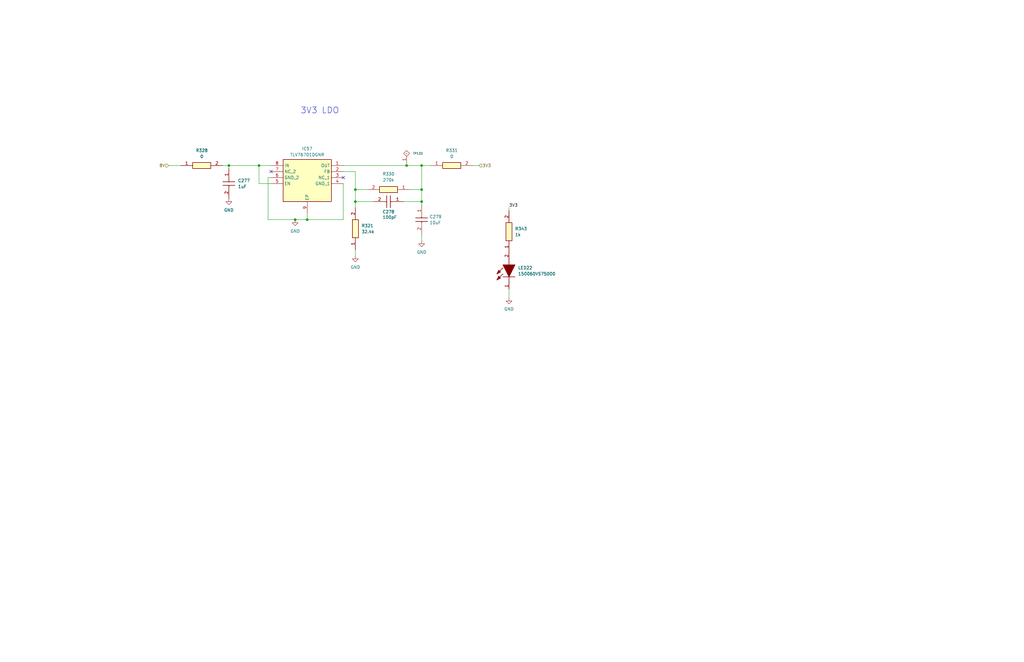
<source format=kicad_sch>
(kicad_sch (version 20231120) (generator "eeschema") (generator_version "8.0")
  (paper "B")
  (title_block (title "Audio System") (date "2025-02-06") (rev "P1") (company "Wolfe Engineering"))
  (lib_symbols
    (symbol "1 Audio Amp:150060VS75000" (pin_names hide)
      (property "Reference" "LED" (at 12.7 8.89 0))
      (property "Value" "150060VS75000" (at 12.7 6.35 0))
      (symbol "150060VS75000_1_1"
        (polyline (pts (xy 2.54 0) (xy 5.08 0)) (stroke (width 0.254)))
        (polyline (pts (xy 5.08 2.54) (xy 5.08 -2.54)) (stroke (width 0.254)))
        (polyline (pts (xy 6.35 2.54) (xy 3.81 5.08)) (stroke (width 0.254)))
        (polyline (pts (xy 8.89 2.54) (xy 6.35 5.08)) (stroke (width 0.254)))
        (polyline (pts (xy 10.16 0) (xy 12.7 0)) (stroke (width 0.254)))
        (polyline (pts (xy 5.08 0) (xy 10.16 2.54) (xy 10.16 -2.54) (xy 5.08 0)) (stroke (width 0.254)) (fill (type outline)))
        (polyline (pts (xy 5.334 4.318) (xy 4.572 3.556) (xy 3.81 5.08) (xy 5.334 4.318)) (stroke (width 0.254)) (fill (type outline)))
        (polyline (pts (xy 7.874 4.318) (xy 7.112 3.556) (xy 6.35 5.08) (xy 7.874 4.318)) (stroke (width 0.254)) (fill (type outline)))
        (pin passive line (at 0 0 0) (length 2.54) (name "K") (number "1"))
        (pin passive line (at 15.24 0 180) (length 2.54) (name "A") (number "2"))
      )
    )
    (symbol "1 Audio Amp:RC0603FR-071KL" (pin_names hide)
      (property "Reference" "R" (at 13.97 6.35 0))
      (property "Value" "RC0603FR-071KL" (at 13.97 3.81 0))
      (symbol "RC0603FR-071KL_1_1"
        (rectangle (start 5.08 1.27) (end 12.7 -1.27) (stroke (width 0.254)) (fill (type background)))
        (pin passive line (at 0 0 0) (length 5.08) (name "1") (number "1"))
        (pin passive line (at 17.78 0 180) (length 5.08) (name "2") (number "2"))
      )
    )
    (symbol "1 Audio Amp:RC0603FR-0732K4L" (pin_names hide)
      (property "Reference" "R" (at 13.97 6.35 0))
      (property "Value" "RC0603FR-0732K4L" (at 13.97 3.81 0))
      (symbol "RC0603FR-0732K4L_1_1"
        (rectangle (start 5.08 1.27) (end 12.7 -1.27) (stroke (width 0.254)) (fill (type background)))
        (pin passive line (at 0 0 0) (length 5.08) (name "1") (number "1"))
        (pin passive line (at 17.78 0 180) (length 5.08) (name "2") (number "2"))
      )
    )
    (symbol "1 Audio Amp:RC0603JR-070RL" (pin_names hide)
      (property "Reference" "R" (at 13.97 6.35 0))
      (property "Value" "RC0603JR-070RL" (at 13.97 3.81 0))
      (symbol "RC0603JR-070RL_1_1"
        (rectangle (start 5.08 1.27) (end 12.7 -1.27) (stroke (width 0.254)) (fill (type background)))
        (pin passive line (at 0 0 0) (length 5.08) (name "1") (number "1"))
        (pin passive line (at 17.78 0 180) (length 5.08) (name "2") (number "2"))
      )
    )
    (symbol "Audio System:885012007034" (pin_names hide)
      (property "Reference" "C" (at 8.89 6.35 0))
      (property "Value" "885012007034" (at 8.89 3.81 0))
      (symbol "885012007034_1_1"
        (polyline (pts (xy 5.08 0) (xy 5.588 0)) (stroke (width 0.254)))
        (polyline (pts (xy 5.588 2.54) (xy 5.588 -2.54)) (stroke (width 0.254)))
        (polyline (pts (xy 7.112 0) (xy 7.62 0)) (stroke (width 0.254)))
        (polyline (pts (xy 7.112 2.54) (xy 7.112 -2.54)) (stroke (width 0.254)))
        (pin passive line (at 0 0 0) (length 5.08) (name "1") (number "1"))
        (pin passive line (at 12.7 0 180) (length 5.08) (name "2") (number "2"))
      )
    )
    (symbol "Audio System:CL21B105KOFNNNE" (pin_names hide)
      (property "Reference" "C" (at 8.89 6.35 0))
      (property "Value" "CL21B105KOFNNNE" (at 8.89 3.81 0))
      (symbol "CL21B105KOFNNNE_1_1"
        (polyline (pts (xy 5.08 0) (xy 5.588 0)) (stroke (width 0.254)))
        (polyline (pts (xy 5.588 2.54) (xy 5.588 -2.54)) (stroke (width 0.254)))
        (polyline (pts (xy 7.112 0) (xy 7.62 0)) (stroke (width 0.254)))
        (polyline (pts (xy 7.112 2.54) (xy 7.112 -2.54)) (stroke (width 0.254)))
        (pin passive line (at 0 0 0) (length 5.08) (name "1") (number "1"))
        (pin passive line (at 12.7 0 180) (length 5.08) (name "2") (number "2"))
      )
    )
    (symbol "Audio System:CL31A106MBHNNNE" (pin_names hide)
      (property "Reference" "C" (at 8.89 6.35 0))
      (property "Value" "CL31A106MBHNNNE" (at 8.89 3.81 0))
      (symbol "CL31A106MBHNNNE_1_1"
        (polyline (pts (xy 5.08 0) (xy 5.588 0)) (stroke (width 0.254)))
        (polyline (pts (xy 5.588 2.54) (xy 5.588 -2.54)) (stroke (width 0.254)))
        (polyline (pts (xy 7.112 0) (xy 7.62 0)) (stroke (width 0.254)))
        (polyline (pts (xy 7.112 2.54) (xy 7.112 -2.54)) (stroke (width 0.254)))
        (pin passive line (at 0 0 0) (length 5.08) (name "1") (number "1"))
        (pin passive line (at 12.7 0 180) (length 5.08) (name "2") (number "2"))
      )
    )
    (symbol "Audio System:RC0805FR-07270KL" (pin_names hide)
      (property "Reference" "R" (at 13.97 6.35 0))
      (property "Value" "RC0805FR-07270KL" (at 13.97 3.81 0))
      (symbol "RC0805FR-07270KL_1_1"
        (rectangle (start 5.08 1.27) (end 12.7 -1.27) (stroke (width 0.254)) (fill (type background)))
        (pin passive line (at 0 0 0) (length 5.08) (name "1") (number "1"))
        (pin passive line (at 17.78 0 180) (length 5.08) (name "2") (number "2"))
      )
    )
    (symbol "Audio System:TLV76701DGNR"
      (property "Reference" "IC" (at 26.67 7.62 0))
      (property "Value" "TLV76701DGNR" (at 26.67 5.08 0))
      (symbol "TLV76701DGNR_1_1"
        (rectangle (start 5.08 2.54) (end 25.4 -15.24) (stroke (width 0.254)) (fill (type background)))
        (pin passive line (at 0 0 0) (length 5.08) (name "OUT") (number "1"))
        (pin passive line (at 0 -2.54 0) (length 5.08) (name "FB") (number "2"))
        (pin passive line (at 0 -5.08 0) (length 5.08) (name "NC_1") (number "3"))
        (pin passive line (at 0 -7.62 0) (length 5.08) (name "GND_1") (number "4"))
        (pin passive line (at 30.48 -7.62 180) (length 5.08) (name "EN") (number "5"))
        (pin passive line (at 30.48 -5.08 180) (length 5.08) (name "GND_2") (number "6"))
        (pin passive line (at 30.48 -2.54 180) (length 5.08) (name "NC_2") (number "7"))
        (pin passive line (at 30.48 0 180) (length 5.08) (name "IN") (number "8"))
        (pin passive line (at 15.24 -20.32 90) (length 5.08) (name "EP") (number "9"))
      )
    )
    (symbol "Audio System:TP"
      (property "Reference" "TP" (at 2.54 -1.27 0))
      (symbol "TP_0_1"
        (polyline (pts (xy 0 -1.27) (xy 1.27 0) (xy 0 1.27) (xy -1.27 0) (xy 0 -1.27)))
      )
      (symbol "TP_1_1"
        (pin input line (at 0 -3.81 90) (length 2.54) (name "") (number "1"))
      )
    )
    (symbol "GND_1" (power) (pin_names (offset 0))
      (property "Value" "GND" (at 0 -3.81 0))
      (symbol "GND_1_0_1"
        (polyline (pts (xy 0 0) (xy 0 -1.27) (xy 1.27 -1.27) (xy 0 -2.54) (xy -1.27 -1.27) (xy 0 -1.27)))
      )
      (symbol "GND_1_1_1"
        (pin power_in line (at 0 0 270) (length 0) hide (name "GND") (number "1"))
      )
    )
    (symbol "GND_2" (power) (pin_names (offset 0))
      (property "Value" "GND" (at 0 -3.81 0))
      (symbol "GND_2_0_1"
        (polyline (pts (xy 0 0) (xy 0 -1.27) (xy 1.27 -1.27) (xy 0 -2.54) (xy -1.27 -1.27) (xy 0 -1.27)))
      )
      (symbol "GND_2_1_1"
        (pin power_in line (at 0 0 270) (length 0) hide (name "GND") (number "1"))
      )
    )
    (symbol "GND_20" (power) (pin_names (offset 0))
      (property "Value" "GND" (at 0 -3.81 0))
      (symbol "GND_20_0_1"
        (polyline (pts (xy 0 0) (xy 0 -1.27) (xy 1.27 -1.27) (xy 0 -2.54) (xy -1.27 -1.27) (xy 0 -1.27)))
      )
      (symbol "GND_20_1_1"
        (pin power_in line (at 0 0 270) (length 0) hide (name "GND") (number "1"))
      )
    )
    (symbol "GND_3" (power) (pin_names (offset 0))
      (property "Value" "GND" (at 0 -3.81 0))
      (symbol "GND_3_0_1"
        (polyline (pts (xy 0 0) (xy 0 -1.27) (xy 1.27 -1.27) (xy 0 -2.54) (xy -1.27 -1.27) (xy 0 -1.27)))
      )
      (symbol "GND_3_1_1"
        (pin power_in line (at 0 0 270) (length 0) hide (name "GND") (number "1"))
      )
    )
    (symbol "power:GND" (power) (pin_names (offset 0))
      (property "Value" "GND" (at 0 -3.81 0))
      (symbol "GND_0_1"
        (polyline (pts (xy 0 0) (xy 0 -1.27) (xy 1.27 -1.27) (xy 0 -2.54) (xy -1.27 -1.27) (xy 0 -1.27)))
      )
      (symbol "GND_1_1"
        (pin power_in line (at 0 0 270) (length 0) hide (name "GND") (number "1"))
      )
    )
  )
  (junction (at 96.52 69.85))
  (junction (at 177.8 85.09))
  (junction (at 129.54 92.71))
  (junction (at 149.86 85.09))
  (junction (at 149.86 80.01))
  (junction (at 177.8 69.85))
  (junction (at 177.8 80.01))
  (junction (at 171.45 69.85))
  (junction (at 124.46 92.71))
  (junction (at 109.22 69.85))
  (no_connect (at 114.3 72.39))
  (no_connect (at 144.78 74.93))
  (wire (pts (xy 144.78 69.85) (xy 171.45 69.85)))
  (wire (pts (xy 93.98 69.85) (xy 96.52 69.85)))
  (wire (pts (xy 114.3 77.47) (xy 109.22 77.47)))
  (wire (pts (xy 149.86 80.01) (xy 149.86 72.39)))
  (wire (pts (xy 177.8 69.85) (xy 177.8 80.01)))
  (wire (pts (xy 214.63 87.63) (xy 214.63 88.9)))
  (wire (pts (xy 96.52 69.85) (xy 109.22 69.85)))
  (wire (pts (xy 113.03 92.71) (xy 124.46 92.71)))
  (wire (pts (xy 172.72 80.01) (xy 177.8 80.01)))
  (wire (pts (xy 96.52 69.85) (xy 96.52 71.12)))
  (wire (pts (xy 214.63 121.92) (xy 214.63 125.73)))
  (wire (pts (xy 129.54 90.17) (xy 129.54 92.71)))
  (wire (pts (xy 109.22 77.47) (xy 109.22 69.85)))
  (wire (pts (xy 170.18 85.09) (xy 177.8 85.09)))
  (wire (pts (xy 149.86 85.09) (xy 157.48 85.09)))
  (wire (pts (xy 144.78 72.39) (xy 149.86 72.39)))
  (wire (pts (xy 171.45 69.85) (xy 177.8 69.85)))
  (wire (pts (xy 113.03 74.93) (xy 113.03 92.71)))
  (wire (pts (xy 149.86 105.41) (xy 149.86 107.95)))
  (wire (pts (xy 149.86 80.01) (xy 154.94 80.01)))
  (wire (pts (xy 114.3 74.93) (xy 113.03 74.93)))
  (wire (pts (xy 199.39 69.85) (xy 201.93 69.85)))
  (wire (pts (xy 71.12 69.85) (xy 76.2 69.85)))
  (wire (pts (xy 124.46 92.71) (xy 129.54 92.71)))
  (wire (pts (xy 109.22 69.85) (xy 114.3 69.85)))
  (wire (pts (xy 144.78 77.47) (xy 144.78 92.71)))
  (wire (pts (xy 177.8 69.85) (xy 181.61 69.85)))
  (wire (pts (xy 149.86 87.63) (xy 149.86 85.09)))
  (wire (pts (xy 149.86 85.09) (xy 149.86 80.01)))
  (wire (pts (xy 171.45 68.58) (xy 171.45 69.85)))
  (wire (pts (xy 177.8 99.06) (xy 177.8 101.6)))
  (wire (pts (xy 129.54 92.71) (xy 144.78 92.71)))
  (wire (pts (xy 177.8 85.09) (xy 177.8 80.01)))
  (wire (pts (xy 177.8 86.36) (xy 177.8 85.09)))
  (text "3V3 LDO" (at 134.874 46.736 0) (effects (font (size 2.54 2.54))))
  (label "3V3" (at 214.63 87.63 0))
  (hierarchical_label "8V" (shape input) (at 71.12 69.85 180))
  (hierarchical_label "3V3" (shape input) (at 201.93 69.85 0))
  (symbol (lib_id "Audio System:885012007034") (at 170.18 85.09 180) (unit 1)
    (property "Reference" "C278" (at 163.83 89.408 0))
    (property "Value" "100pF" (at 164.338 91.694 0))
    (property "Footprint" "1 Audio Amp:CAPC2012X70N" (effects (hide yes)))
    (property "Datasheet" "https://katalog.we-online.com/pbs/datasheet/885012007034.pdf" (effects (hide yes)))
    (property "Height" "0.7" (effects (hide yes)))
    (property "Manufacturer_Name" "Wurth Elektronik" (effects (hide yes)))
    (property "Manufacturer_Part_Number" "885012007034" (effects (hide yes)))
    (property "Mouser Part Number" "710-885012007034" (effects (hide yes)))
    (property "Mouser Price/Stock" "https://www.mouser.co.uk/ProductDetail/Wurth-Elektronik/885012007034?qs=0KOYDY2FL2%2Fe7W6MOnhOJQ%3D%3D" (effects (hide yes)))
  )
  (symbol (lib_name "GND_2") (lib_id "power:GND") (at 96.52 83.82 0) (unit 1)
    (property "Reference" "#PWR0362" (effects (hide yes)))
    (property "Value" "GND" (at 96.52 88.646 0))
  )
  (symbol (lib_id "Audio System:TP") (at 171.45 64.77 0) (unit 1) (exclude_from_sim yes) (in_bom no)
    (property "Reference" "TP133" (at 173.99 64.7699 0) (effects (font (size 0.9 0.9)) (justify left)))
    (property "Value" "~" (at 171.45 64.77 0))
    (property "Footprint" "1 Audio Amp:TP" (effects (hide yes)))
  )
  (symbol (lib_id "Audio System:TLV76701DGNR") (at 144.78 69.85 0) (mirror y) (unit 1)
    (property "Reference" "IC57" (at 129.54 62.738 0))
    (property "Value" "TLV76701DGNR" (at 129.54 65.278 0))
    (property "Footprint" "1 Audio Amp:SOP65P490X110-9N" (effects (hide yes)))
    (property "Datasheet" "https://www.ti.com/lit/ds/symlink/tlv767.pdf?ts=1634721803014&ref_url=https%253A%252F%252Fwww.ti.com%252Fproduct%252FTLV767" (effects (hide yes)))
    (property "Height" "1.1" (effects (hide yes)))
    (property "Manufacturer_Name" "Texas Instruments" (effects (hide yes)))
    (property "Manufacturer_Part_Number" "TLV76701DGNR" (effects (hide yes)))
    (property "Mouser Part Number" "595-TLV76701DGNR" (effects (hide yes)))
    (property "Mouser Price/Stock" "https://www.mouser.co.uk/ProductDetail/Texas-Instruments/TLV76701DGNR?qs=QNEnbhJQKvYlzprjZl22mQ%3D%3D" (effects (hide yes)))
    (property "Arrow Part Number" "TLV76701DGNR" (effects (hide yes)))
    (property "Arrow Price/Stock" "null?region=nac" (effects (hide yes)))
  )
  (symbol (lib_name "GND_1") (lib_id "power:GND") (at 177.8 101.6 0) (unit 1)
    (property "Reference" "#PWR0365" (effects (hide yes)))
    (property "Value" "GND" (at 177.8 106.426 0))
  )
  (symbol (lib_id "Audio System:RC0805FR-07270KL") (at 172.72 80.01 180) (unit 1)
    (property "Reference" "R330" (at 163.83 73.406 0))
    (property "Value" "270k" (at 163.83 75.946 0))
    (property "Footprint" "1 Audio Amp:RESC2012X60N" (effects (hide yes)))
    (property "Datasheet" "http://www.yageo.com/documents/recent/PYu-RC_Group_51_RoHS_L_10.pdf" (effects (hide yes)))
    (property "Height" "0.6" (effects (hide yes)))
    (property "Manufacturer_Name" "KEMET" (effects (hide yes)))
    (property "Manufacturer_Part_Number" "RC0805FR-07270KL" (effects (hide yes)))
    (property "Mouser Part Number" "603-RC0805FR-07270KL" (effects (hide yes)))
    (property "Mouser Price/Stock" "https://www.mouser.co.uk/ProductDetail/YAGEO/RC0805FR-07270KL?qs=fRxXYNj8ftHTOCejWiG5jQ%3D%3D" (effects (hide yes)))
  )
  (symbol (lib_id "1 Audio Amp:RC0603JR-070RL") (at 181.61 69.85 0) (unit 1)
    (property "Reference" "R331" (at 190.5 63.5 0))
    (property "Value" "0" (at 190.5 66.04 0))
    (property "Footprint" "1 Audio Amp:RESC1608X55N" (effects (hide yes)))
    (property "Datasheet" "https://componentsearchengine.com/Datasheets/2/RC0603JR-070RL.pdf" (effects (hide yes)))
    (property "Description" "Yageo 0, 0603 (1608M) Thick Film SMD Resistor - RC0603JR-070RL" (effects (hide yes)))
    (property "Height" "0.55" (effects (hide yes)))
    (property "Manufacturer_Name" "YAGEO" (effects (hide yes)))
    (property "Manufacturer_Part_Number" "RC0603JR-070RL" (effects (hide yes)))
    (property "Mouser Part Number" "603-RC0603JR-070RL" (effects (hide yes)))
    (property "Mouser Price/Stock" "https://www.mouser.co.uk/ProductDetail/YAGEO/RC0603JR-070RL?qs=2cAdsCoAWRGWyPcuXgGiXQ%3D%3D" (effects (hide yes)))
    (property "Arrow Part Number" "RC0603JR-070RL" (effects (hide yes)))
    (property "Arrow Price/Stock" "https://www.arrow.com/en/products/rc0603jr-070rl/yageo?utm_currency=USD&region=nac" (effects (hide yes)))
  )
  (symbol (lib_id "1 Audio Amp:150060VS75000") (at 214.63 121.92 90) (unit 1)
    (property "Reference" "LED22" (at 218.44 113.0299 90) (effects (justify right)))
    (property "Value" "150060VS75000" (at 218.44 115.5699 90) (effects (justify right)))
    (property "Footprint" "LEDC1608X80N" (effects (hide yes)))
    (property "Datasheet" "https://componentsearchengine.com/Datasheets/2/150060VS75000.pdf" (effects (hide yes)))
    (property "Description" "2.4 V Green LED 1608 (0603) SMD, Wurth Elektronik WL-SMCW 150060VS75000" (effects (hide yes)))
    (property "Height" "0.8" (effects (hide yes)))
    (property "Manufacturer_Name" "Wurth Elektronik" (effects (hide yes)))
    (property "Manufacturer_Part_Number" "150060VS75000" (effects (hide yes)))
    (property "Mouser Part Number" "710-150060VS75000" (effects (hide yes)))
    (property "Mouser Price/Stock" "https://www.mouser.co.uk/ProductDetail/Wurth-Elektronik/150060VS75000?qs=LlUlMxKIyB1Q1Bi5mQ%2FKLw%3D%3D" (effects (hide yes)))
  )
  (symbol (lib_id "Audio System:CL31A106MBHNNNE") (at 177.8 86.36 270) (unit 1)
    (property "Reference" "C279" (at 181.102 91.44 90) (effects (justify left)))
    (property "Value" "10uF" (at 181.102 93.98 90) (effects (justify left)))
    (property "Footprint" "1 Audio Amp:CAPC3216X180N" (effects (hide yes)))
    (property "Datasheet" "https://media.digikey.com/pdf/Data%20Sheets/Samsung%20PDFs/CL_Series_MLCC_ds.pdf" (effects (hide yes)))
    (property "Height" "1.8" (effects (hide yes)))
    (property "Manufacturer_Name" "SAMSUNG" (effects (hide yes)))
    (property "Manufacturer_Part_Number" "CL31A106MBHNNNE" (effects (hide yes)))
    (property "Mouser Part Number" "187-CL31A106MBHNNNE" (effects (hide yes)))
    (property "Mouser Price/Stock" "https://www.mouser.co.uk/ProductDetail/Samsung-Electro-Mechanics/CL31A106MBHNNNE?qs=vLWxofP3U2ynwxdpGjlUyw%3D%3D" (effects (hide yes)))
    (property "Arrow Part Number" "CL31A106MBHNNNE" (effects (hide yes)))
    (property "Arrow Price/Stock" "https://www.arrow.com/en/products/cl31a106mbhnnne/samsung-electro-mechanics?region=nac" (effects (hide yes)))
  )
  (symbol (lib_id "1 Audio Amp:RC0603JR-070RL") (at 76.2 69.85 0) (unit 1)
    (property "Reference" "R328" (at 85.09 63.5 0))
    (property "Value" "0" (at 85.09 66.04 0))
    (property "Footprint" "1 Audio Amp:RESC1608X55N" (effects (hide yes)))
    (property "Datasheet" "https://componentsearchengine.com/Datasheets/2/RC0603JR-070RL.pdf" (effects (hide yes)))
    (property "Description" "Yageo 0, 0603 (1608M) Thick Film SMD Resistor - RC0603JR-070RL" (effects (hide yes)))
    (property "Height" "0.55" (effects (hide yes)))
    (property "Manufacturer_Name" "YAGEO" (effects (hide yes)))
    (property "Manufacturer_Part_Number" "RC0603JR-070RL" (effects (hide yes)))
    (property "Mouser Part Number" "603-RC0603JR-070RL" (effects (hide yes)))
    (property "Mouser Price/Stock" "https://www.mouser.co.uk/ProductDetail/YAGEO/RC0603JR-070RL?qs=2cAdsCoAWRGWyPcuXgGiXQ%3D%3D" (effects (hide yes)))
    (property "Arrow Part Number" "RC0603JR-070RL" (effects (hide yes)))
    (property "Arrow Price/Stock" "https://www.arrow.com/en/products/rc0603jr-070rl/yageo?utm_currency=USD&region=nac" (effects (hide yes)))
  )
  (symbol (lib_id "Audio System:CL21B105KOFNNNE") (at 96.52 71.12 270) (unit 1)
    (property "Reference" "C277" (at 100.33 76.2 90) (effects (justify left)))
    (property "Value" "1uF" (at 100.33 78.74 90) (effects (justify left)))
    (property "Footprint" "1 Audio Amp:CAPC2012X135N" (effects (hide yes)))
    (property "Datasheet" "https://www.mouser.in/datasheet/2/585/MLCC-1837944.pdf" (effects (hide yes)))
    (property "Height" "1.35" (effects (hide yes)))
    (property "Manufacturer_Name" "SAMSUNG" (effects (hide yes)))
    (property "Manufacturer_Part_Number" "CL21B105KOFNNNE" (effects (hide yes)))
    (property "Mouser Part Number" "187-CL21B105KOFNNNE" (effects (hide yes)))
    (property "Mouser Price/Stock" "https://www.mouser.co.uk/ProductDetail/Samsung-Electro-Mechanics/CL21B105KOFNNNE?qs=349EhDEZ59ohjD72SbqNgA%3D%3D" (effects (hide yes)))
    (property "Arrow Part Number" "CL21B105KOFNNNE" (effects (hide yes)))
    (property "Arrow Price/Stock" "https://www.arrow.com/en/products/cl21b105kofnnne/samsung-electro-mechanics?region=nac" (effects (hide yes)))
  )
  (symbol (lib_id "1 Audio Amp:RC0603FR-071KL") (at 214.63 106.68 90) (unit 1)
    (property "Reference" "R343" (at 217.17 96.5199 90) (effects (justify right)))
    (property "Value" "1k" (at 217.17 99.0599 90) (effects (justify right)))
    (property "Footprint" "RESC1608X55N" (effects (hide yes)))
    (property "Datasheet" "https://www.yageo.com/upload/media/product/productsearch/datasheet/rchip/PYu-RC_Group_51_RoHS_L_12.pdf" (effects (hide yes)))
    (property "Description" "Res Thick Film 0603 1K Ohm 1% 0.1W(1/10W) +/-100ppm/C Epoxy Pad SMD T/R" (effects (hide yes)))
    (property "Height" "0.55" (effects (hide yes)))
    (property "Manufacturer_Name" "YAGEO" (effects (hide yes)))
    (property "Manufacturer_Part_Number" "RC0603FR-071KL" (effects (hide yes)))
    (property "Mouser Part Number" "603-RC0603FR-071KL" (effects (hide yes)))
    (property "Mouser Price/Stock" "https://www.mouser.co.uk/ProductDetail/YAGEO/RC0603FR-071KL?qs=VU8sRB4EgwApHsk4rF%2F3zg%3D%3D" (effects (hide yes)))
    (property "Arrow Part Number" "RC0603FR-071KL" (effects (hide yes)))
    (property "Arrow Price/Stock" "https://www.arrow.com/en/products/rc0603fr-071kl/yageo?region=europe" (effects (hide yes)))
  )
  (symbol (lib_id "1 Audio Amp:RC0603FR-0732K4L") (at 149.86 105.41 90) (unit 1)
    (property "Reference" "R321" (at 152.4 95.2499 90) (effects (justify right)))
    (property "Value" "32.4k" (at 152.4 97.7899 90) (effects (justify right)))
    (property "Footprint" "RESC1608X55N" (effects (hide yes)))
    (property "Datasheet" "http://www.yageo.com/documents/recent/PYu-RC0603_51_RoHS_L_v5.pdf" (effects (hide yes)))
    (property "Description" "Thick Film Resistors 32.4K OHM 1%" (effects (hide yes)))
    (property "Height" "0.55" (effects (hide yes)))
    (property "Manufacturer_Name" "KEMET" (effects (hide yes)))
    (property "Manufacturer_Part_Number" "RC0603FR-0732K4L" (effects (hide yes)))
    (property "Mouser Part Number" "603-RC0603FR-0732K4L" (effects (hide yes)))
    (property "Mouser Price/Stock" "https://www.mouser.com/Search/Refine.aspx?Keyword=603-RC0603FR-0732K4L" (effects (hide yes)))
  )
  (symbol (lib_name "GND_3") (lib_id "power:GND") (at 149.86 107.95 0) (unit 1)
    (property "Reference" "#PWR0364" (effects (hide yes)))
    (property "Value" "GND" (at 149.86 112.776 0))
  )
  (symbol (lib_id "power:GND") (at 124.46 92.71 0) (unit 1)
    (property "Reference" "#PWR0363" (effects (hide yes)))
    (property "Value" "GND" (at 124.46 97.536 0))
  )
  (symbol (lib_name "GND_20") (lib_id "power:GND") (at 214.63 125.73 0) (unit 1)
    (property "Reference" "#PWR041" (effects (hide yes)))
    (property "Value" "GND" (at 214.63 130.429 0))
  )
)
</source>
